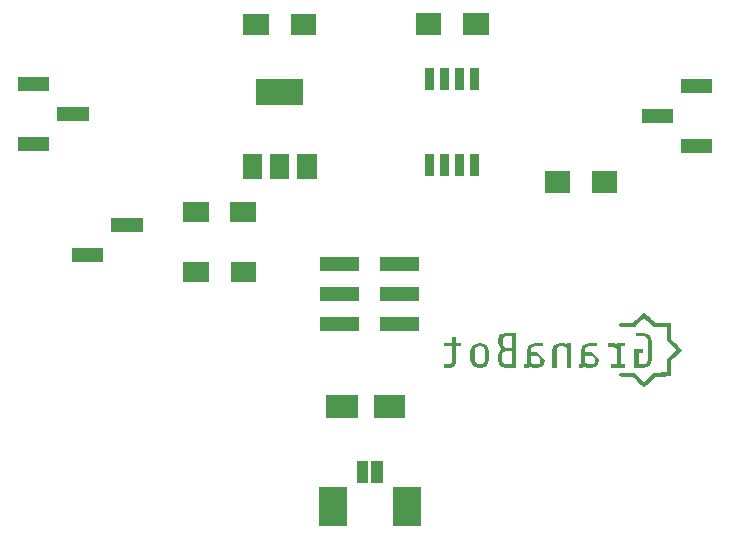
<source format=gbs>
%TF.GenerationSoftware,KiCad,Pcbnew,4.0.7*%
%TF.CreationDate,2018-04-25T10:22:36+02:00*%
%TF.ProjectId,001,3030312E6B696361645F706362000000,rev?*%
%TF.FileFunction,Soldermask,Bot*%
%FSLAX46Y46*%
G04 Gerber Fmt 4.6, Leading zero omitted, Abs format (unit mm)*
G04 Created by KiCad (PCBNEW 4.0.7) date 04/25/18 10:22:36*
%MOMM*%
%LPD*%
G01*
G04 APERTURE LIST*
%ADD10C,0.100000*%
G04 APERTURE END LIST*
D10*
G36*
X160241423Y-119836437D02*
X160357553Y-119720693D01*
X160473828Y-119604800D01*
X160590210Y-119488800D01*
X160706383Y-119373013D01*
X160869671Y-119373013D01*
X161033166Y-119373013D01*
X161196810Y-119373013D01*
X161360159Y-119373013D01*
X161527247Y-119363413D01*
X161694545Y-119353813D01*
X161861996Y-119344213D01*
X162029146Y-119334613D01*
X162032986Y-119167125D01*
X162036826Y-118999424D01*
X162040666Y-118831563D01*
X162044506Y-118664011D01*
X162044506Y-118453909D01*
X162044506Y-118244384D01*
X162044506Y-118033056D01*
X162160223Y-117917461D01*
X162276086Y-117801728D01*
X162392057Y-117685888D01*
X162507817Y-117570251D01*
X162623534Y-117454656D01*
X162739397Y-117338923D01*
X162855367Y-117223083D01*
X162971127Y-117107445D01*
X162855410Y-116991147D01*
X162739547Y-116874699D01*
X162623577Y-116758144D01*
X162507817Y-116641803D01*
X162392099Y-116525504D01*
X162276236Y-116409045D01*
X162160266Y-116292491D01*
X162044506Y-116176149D01*
X162044506Y-115965408D01*
X162044506Y-115755232D01*
X162044506Y-115543253D01*
X162037999Y-115373067D01*
X162031492Y-115202677D01*
X162024986Y-115032117D01*
X162018479Y-114861877D01*
X161848297Y-114849824D01*
X161677901Y-114837771D01*
X161507348Y-114825611D01*
X161337104Y-114813557D01*
X161173402Y-114813557D01*
X161009492Y-114813557D01*
X160845435Y-114813557D01*
X160681671Y-114813557D01*
X160565370Y-114697835D01*
X160448922Y-114581973D01*
X160332367Y-114466005D01*
X160216022Y-114350240D01*
X160099721Y-114234528D01*
X159983273Y-114118656D01*
X159866719Y-114002688D01*
X159750374Y-113886933D01*
X159634783Y-114002645D01*
X159519047Y-114118517D01*
X159403204Y-114234485D01*
X159287571Y-114350240D01*
X159171980Y-114465963D01*
X159056244Y-114581824D01*
X158940401Y-114697792D01*
X158824768Y-114813557D01*
X158635140Y-114813557D01*
X158446031Y-114813557D01*
X158255290Y-114813557D01*
X158072277Y-114821024D01*
X157889766Y-114828491D01*
X157705679Y-114835957D01*
X157633924Y-114998773D01*
X157703930Y-115148032D01*
X157904834Y-115153365D01*
X158105189Y-115158699D01*
X158307274Y-115164032D01*
X158467853Y-115164032D01*
X158628635Y-115164032D01*
X158789563Y-115164032D01*
X158950202Y-115164032D01*
X159071089Y-115042496D01*
X159191645Y-114921291D01*
X159313242Y-114799040D01*
X159449837Y-114668811D01*
X159586058Y-114538944D01*
X159723455Y-114407957D01*
X159869484Y-114529355D01*
X160015111Y-114650411D01*
X160161998Y-114772523D01*
X160292319Y-114902603D01*
X160422283Y-115032331D01*
X160553369Y-115163179D01*
X160741119Y-115165312D01*
X160928356Y-115167445D01*
X161117210Y-115169579D01*
X161304961Y-115171712D01*
X161492198Y-115173845D01*
X161681052Y-115175979D01*
X161683292Y-115363733D01*
X161685532Y-115550965D01*
X161687772Y-115739819D01*
X161690012Y-115927573D01*
X161692252Y-116114805D01*
X161694492Y-116303659D01*
X161825677Y-116435083D01*
X161956501Y-116566155D01*
X162088457Y-116698347D01*
X162219642Y-116829771D01*
X162350466Y-116960832D01*
X162482421Y-117093024D01*
X162353182Y-117222453D01*
X162224295Y-117351520D01*
X162094297Y-117481707D01*
X161965056Y-117611125D01*
X161836170Y-117740192D01*
X161706171Y-117870379D01*
X161702011Y-118060128D01*
X161697851Y-118249365D01*
X161693691Y-118440235D01*
X161689531Y-118629995D01*
X161685371Y-118819232D01*
X161681211Y-119010101D01*
X161491455Y-119014368D01*
X161302220Y-119018635D01*
X161111350Y-119022901D01*
X160921595Y-119027168D01*
X160732359Y-119031435D01*
X160541489Y-119035701D01*
X160414055Y-119162955D01*
X160286972Y-119289856D01*
X160158790Y-119417856D01*
X160023438Y-119545109D01*
X159888455Y-119672021D01*
X159752308Y-119800021D01*
X159614133Y-119670677D01*
X159476337Y-119541696D01*
X159337350Y-119411595D01*
X159207095Y-119282251D01*
X159077197Y-119153269D01*
X158946176Y-119023168D01*
X158736359Y-119023168D01*
X158527119Y-119023168D01*
X158316070Y-119023168D01*
X158114460Y-119029568D01*
X157913403Y-119035968D01*
X157710608Y-119042368D01*
X157634085Y-119205995D01*
X157697776Y-119354837D01*
X157875725Y-119361237D01*
X158053187Y-119367637D01*
X158232181Y-119374037D01*
X158421211Y-119374037D01*
X158609722Y-119374037D01*
X158799860Y-119374037D01*
X158915524Y-119489824D01*
X159031333Y-119605771D01*
X159147249Y-119721813D01*
X159262956Y-119837643D01*
X159384942Y-119953387D01*
X159507082Y-120069280D01*
X159629333Y-120185280D01*
X159751364Y-120301067D01*
X159873817Y-120185280D01*
X159996422Y-120069333D01*
X160119141Y-119953291D01*
X160241638Y-119837461D01*
X160241587Y-119838037D01*
X160241423Y-119836437D01*
X160241423Y-119836437D01*
G37*
G36*
X159671411Y-118637163D02*
X160244785Y-118457451D01*
X160441615Y-117909749D01*
X160441615Y-116369344D01*
X160244785Y-115825920D01*
X159671411Y-115641931D01*
X159068085Y-115641931D01*
X159068085Y-115967125D01*
X159714201Y-115967125D01*
X159970935Y-116061312D01*
X160069346Y-116288096D01*
X160069346Y-117991104D01*
X159970935Y-118217877D01*
X159714201Y-118312064D01*
X159294867Y-118312064D01*
X159294867Y-117383541D01*
X159667133Y-117383541D01*
X159667133Y-117062613D01*
X158939718Y-117062613D01*
X158939718Y-118637259D01*
X159671411Y-118637259D01*
X159671411Y-118637163D01*
X159671411Y-118637163D01*
G37*
G36*
X157796982Y-118316245D02*
X157796982Y-116818624D01*
X158109343Y-116818624D01*
X158109343Y-116497707D01*
X157454670Y-116497707D01*
X157454670Y-116613237D01*
X157112357Y-116497707D01*
X156671630Y-116497707D01*
X156671630Y-116840021D01*
X157155147Y-116840021D01*
X157360534Y-116929835D01*
X157433270Y-117105269D01*
X157433270Y-118316203D01*
X156966869Y-118316203D01*
X156966869Y-118637120D01*
X158109338Y-118637120D01*
X158109338Y-118316203D01*
X157796977Y-118316203D01*
X157796982Y-118316245D01*
X157796982Y-118316245D01*
G37*
G36*
X154446331Y-118637163D02*
X154985471Y-118316288D01*
X154822873Y-118256341D01*
X154788643Y-118102293D01*
X154788643Y-117631616D01*
X155323507Y-117631616D01*
X155507500Y-117704363D01*
X155580236Y-117888352D01*
X155580236Y-118102293D01*
X155528886Y-118264896D01*
X155366288Y-118316203D01*
X154985465Y-118316203D01*
X154985471Y-118316288D01*
X154446331Y-118637163D01*
X154570419Y-118602923D01*
X154681670Y-118508736D01*
X154942684Y-118637109D01*
X155323507Y-118637109D01*
X155798466Y-118508736D01*
X155943949Y-118059456D01*
X155943949Y-117973909D01*
X155319228Y-117310677D01*
X154788643Y-117310677D01*
X154788643Y-117096736D01*
X154869945Y-116891349D01*
X155109564Y-116818603D01*
X155772795Y-116818603D01*
X155772795Y-116497685D01*
X155152353Y-116497685D01*
X154604653Y-116660288D01*
X154424939Y-117182315D01*
X154424939Y-118209248D01*
X154377867Y-118307701D01*
X154210989Y-118337675D01*
X154210989Y-118637205D01*
X154446329Y-118637205D01*
X154446331Y-118637163D01*
X154446331Y-118637163D01*
G37*
G36*
X153209459Y-116497707D02*
X153209459Y-116600427D01*
X152867147Y-116497707D01*
X152670317Y-116497707D01*
X152156848Y-116660309D01*
X151985692Y-117182336D01*
X151985692Y-118637163D01*
X152349399Y-118637163D01*
X152349399Y-117096757D01*
X152426423Y-116895648D01*
X152627532Y-116818635D01*
X152909940Y-116818635D01*
X153119606Y-116895648D01*
X153188065Y-117053963D01*
X153188065Y-118637163D01*
X153551772Y-118637163D01*
X153551772Y-116497707D01*
X153209459Y-116497707D01*
X153209459Y-116497707D01*
G37*
G36*
X149833134Y-118637163D02*
X150372274Y-118316288D01*
X150209676Y-118256341D01*
X150175446Y-118102293D01*
X150175446Y-117631616D01*
X150710310Y-117631616D01*
X150894303Y-117704363D01*
X150967050Y-117888352D01*
X150967050Y-118102293D01*
X150915700Y-118264896D01*
X150753102Y-118316203D01*
X150372278Y-118316203D01*
X150372274Y-118316288D01*
X149833134Y-118637163D01*
X149957222Y-118602923D01*
X150068474Y-118508736D01*
X150329487Y-118637109D01*
X150710310Y-118637109D01*
X151185269Y-118508736D01*
X151330752Y-118059456D01*
X151330752Y-117973909D01*
X150706031Y-117310677D01*
X150175446Y-117310677D01*
X150175446Y-117096736D01*
X150256748Y-116891349D01*
X150496367Y-116818603D01*
X151159598Y-116818603D01*
X151159598Y-116497685D01*
X150539156Y-116497685D01*
X149991456Y-116660288D01*
X149811742Y-117182315D01*
X149811742Y-118209248D01*
X149764670Y-118307701D01*
X149597792Y-118337675D01*
X149597792Y-118637205D01*
X149833132Y-118637205D01*
X149833134Y-118637163D01*
X149833134Y-118637163D01*
G37*
G36*
X147363938Y-117961088D02*
X148091357Y-116908469D01*
X147868853Y-116822923D01*
X147778997Y-116596139D01*
X147778997Y-116270944D01*
X147778992Y-116270923D01*
X147856016Y-116035584D01*
X148091357Y-115962837D01*
X148574873Y-115962837D01*
X148574873Y-116908469D01*
X148091357Y-116908469D01*
X147363938Y-117961088D01*
X147736203Y-117537504D01*
X147821781Y-117314997D01*
X148048563Y-117229451D01*
X148574868Y-117229451D01*
X148574868Y-118316299D01*
X148052842Y-118316299D01*
X147813223Y-118243552D01*
X147736199Y-118003936D01*
X147736199Y-117537536D01*
X147736203Y-117537504D01*
X147363938Y-117961088D01*
X147535094Y-118483115D01*
X148091353Y-118637163D01*
X148947134Y-118637163D01*
X148947134Y-115641931D01*
X148142699Y-115641931D01*
X147586441Y-115795968D01*
X147406726Y-116309440D01*
X147406726Y-116553333D01*
X147642067Y-117049685D01*
X147363938Y-117575989D01*
X147363938Y-117961088D01*
X147363938Y-117961088D01*
G37*
G36*
X145053060Y-117952533D02*
X145416767Y-117096757D01*
X145498068Y-116891371D01*
X145737687Y-116818624D01*
X145964469Y-116818624D01*
X146204089Y-116891371D01*
X146285390Y-117096757D01*
X146285390Y-118038112D01*
X146204089Y-118243499D01*
X145964469Y-118316245D01*
X145737687Y-118316245D01*
X145498068Y-118243499D01*
X145416767Y-118038112D01*
X145416767Y-117096757D01*
X145053060Y-117952533D01*
X145232774Y-118474560D01*
X145780475Y-118637163D01*
X145921678Y-118637163D01*
X146473658Y-118474560D01*
X146649092Y-117952533D01*
X146649092Y-117182336D01*
X146473658Y-116660309D01*
X145921678Y-116497707D01*
X145780475Y-116497707D01*
X145232774Y-116660309D01*
X145053060Y-117182336D01*
X145053060Y-117952533D01*
X145053060Y-117952533D01*
G37*
G36*
X143384018Y-118637163D02*
X143717773Y-118495957D01*
X143833303Y-118123691D01*
X143833303Y-116818624D01*
X144239799Y-116818624D01*
X144239799Y-116497707D01*
X143833303Y-116497707D01*
X143833303Y-115984235D01*
X143469597Y-115984235D01*
X143469597Y-116497707D01*
X142844876Y-116497707D01*
X142844876Y-116818624D01*
X143469597Y-116818624D01*
X143469597Y-118145088D01*
X143422525Y-118277728D01*
X143277042Y-118316235D01*
X142844873Y-118316235D01*
X142844873Y-118637152D01*
X143384015Y-118637152D01*
X143384018Y-118637163D01*
X143384018Y-118637163D01*
G37*
G36*
X140826200Y-131981200D02*
X138473800Y-131981200D01*
X138473800Y-128728800D01*
X140826200Y-128728800D01*
X140826200Y-131981200D01*
X140826200Y-131981200D01*
G37*
G36*
X134576200Y-131981200D02*
X132223800Y-131981200D01*
X132223800Y-128728800D01*
X134576200Y-128728800D01*
X134576200Y-131981200D01*
X134576200Y-131981200D01*
G37*
G36*
X137626200Y-128381200D02*
X136673800Y-128381200D01*
X136673800Y-126528800D01*
X137626200Y-126528800D01*
X137626200Y-128381200D01*
X137626200Y-128381200D01*
G37*
G36*
X136376200Y-128381200D02*
X135423800Y-128381200D01*
X135423800Y-126528800D01*
X136376200Y-126528800D01*
X136376200Y-128381200D01*
X136376200Y-128381200D01*
G37*
G36*
X139501880Y-122896630D02*
X136850120Y-122896630D01*
X136850120Y-120943370D01*
X139501880Y-120943370D01*
X139501880Y-122896630D01*
X139501880Y-122896630D01*
G37*
G36*
X135503920Y-122896630D02*
X132852160Y-122896630D01*
X132852160Y-120943370D01*
X135503920Y-120943370D01*
X135503920Y-122896630D01*
X135503920Y-122896630D01*
G37*
G36*
X140701200Y-115511200D02*
X137398800Y-115511200D01*
X137398800Y-114358800D01*
X140701200Y-114358800D01*
X140701200Y-115511200D01*
X140701200Y-115511200D01*
G37*
G36*
X135651200Y-115511200D02*
X132348800Y-115511200D01*
X132348800Y-114358800D01*
X135651200Y-114358800D01*
X135651200Y-115511200D01*
X135651200Y-115511200D01*
G37*
G36*
X140701200Y-112971200D02*
X137398800Y-112971200D01*
X137398800Y-111818800D01*
X140701200Y-111818800D01*
X140701200Y-112971200D01*
X140701200Y-112971200D01*
G37*
G36*
X135651200Y-112971200D02*
X132348800Y-112971200D01*
X132348800Y-111818800D01*
X135651200Y-111818800D01*
X135651200Y-112971200D01*
X135651200Y-112971200D01*
G37*
G36*
X122901200Y-111391600D02*
X120748800Y-111391600D01*
X120748800Y-109639200D01*
X122901200Y-109639200D01*
X122901200Y-111391600D01*
X122901200Y-111391600D01*
G37*
G36*
X126901200Y-111391600D02*
X124748800Y-111391600D01*
X124748800Y-109639200D01*
X126901200Y-109639200D01*
X126901200Y-111391600D01*
X126901200Y-111391600D01*
G37*
G36*
X135651200Y-110431200D02*
X132348800Y-110431200D01*
X132348800Y-109278800D01*
X135651200Y-109278800D01*
X135651200Y-110431200D01*
X135651200Y-110431200D01*
G37*
G36*
X140701200Y-110431200D02*
X137398800Y-110431200D01*
X137398800Y-109278800D01*
X140701200Y-109278800D01*
X140701200Y-110431200D01*
X140701200Y-110431200D01*
G37*
G36*
X113980200Y-109669200D02*
X111317800Y-109669200D01*
X111317800Y-108516800D01*
X113980200Y-108516800D01*
X113980200Y-109669200D01*
X113980200Y-109669200D01*
G37*
G36*
X117290200Y-107129200D02*
X114627800Y-107129200D01*
X114627800Y-105976800D01*
X117290200Y-105976800D01*
X117290200Y-107129200D01*
X117290200Y-107129200D01*
G37*
G36*
X122875800Y-106311600D02*
X120723400Y-106311600D01*
X120723400Y-104559200D01*
X122875800Y-104559200D01*
X122875800Y-106311600D01*
X122875800Y-106311600D01*
G37*
G36*
X126875800Y-106311600D02*
X124723400Y-106311600D01*
X124723400Y-104559200D01*
X126875800Y-104559200D01*
X126875800Y-106311600D01*
X126875800Y-106311600D01*
G37*
G36*
X153476200Y-103796200D02*
X151323800Y-103796200D01*
X151323800Y-101943800D01*
X153476200Y-101943800D01*
X153476200Y-103796200D01*
X153476200Y-103796200D01*
G37*
G36*
X157476200Y-103796200D02*
X155323800Y-103796200D01*
X155323800Y-101943800D01*
X157476200Y-101943800D01*
X157476200Y-103796200D01*
X157476200Y-103796200D01*
G37*
G36*
X129731200Y-102651200D02*
X128078800Y-102651200D01*
X128078800Y-100498800D01*
X129731200Y-100498800D01*
X129731200Y-102651200D01*
X129731200Y-102651200D01*
G37*
G36*
X127431200Y-102651200D02*
X125778800Y-102651200D01*
X125778800Y-100498800D01*
X127431200Y-100498800D01*
X127431200Y-102651200D01*
X127431200Y-102651200D01*
G37*
G36*
X132031200Y-102651200D02*
X130378800Y-102651200D01*
X130378800Y-100498800D01*
X132031200Y-100498800D01*
X132031200Y-102651200D01*
X132031200Y-102651200D01*
G37*
G36*
X144546200Y-102366200D02*
X143743800Y-102366200D01*
X143743800Y-100513800D01*
X144546200Y-100513800D01*
X144546200Y-102366200D01*
X144546200Y-102366200D01*
G37*
G36*
X145816200Y-102366200D02*
X145013800Y-102366200D01*
X145013800Y-100513800D01*
X145816200Y-100513800D01*
X145816200Y-102366200D01*
X145816200Y-102366200D01*
G37*
G36*
X142006200Y-102366200D02*
X141203800Y-102366200D01*
X141203800Y-100513800D01*
X142006200Y-100513800D01*
X142006200Y-102366200D01*
X142006200Y-102366200D01*
G37*
G36*
X143276200Y-102366200D02*
X142473800Y-102366200D01*
X142473800Y-100513800D01*
X143276200Y-100513800D01*
X143276200Y-102366200D01*
X143276200Y-102366200D01*
G37*
G36*
X165542200Y-100398200D02*
X162879800Y-100398200D01*
X162879800Y-99245800D01*
X165542200Y-99245800D01*
X165542200Y-100398200D01*
X165542200Y-100398200D01*
G37*
G36*
X109408200Y-100271200D02*
X106745800Y-100271200D01*
X106745800Y-99118800D01*
X109408200Y-99118800D01*
X109408200Y-100271200D01*
X109408200Y-100271200D01*
G37*
G36*
X162232200Y-97858200D02*
X159569800Y-97858200D01*
X159569800Y-96705800D01*
X162232200Y-96705800D01*
X162232200Y-97858200D01*
X162232200Y-97858200D01*
G37*
G36*
X112718200Y-97731200D02*
X110055800Y-97731200D01*
X110055800Y-96578800D01*
X112718200Y-96578800D01*
X112718200Y-97731200D01*
X112718200Y-97731200D01*
G37*
G36*
X130881200Y-96351200D02*
X126928800Y-96351200D01*
X126928800Y-94198800D01*
X130881200Y-94198800D01*
X130881200Y-96351200D01*
X130881200Y-96351200D01*
G37*
G36*
X165542200Y-95318200D02*
X162879800Y-95318200D01*
X162879800Y-94165800D01*
X165542200Y-94165800D01*
X165542200Y-95318200D01*
X165542200Y-95318200D01*
G37*
G36*
X109408200Y-95191200D02*
X106745800Y-95191200D01*
X106745800Y-94038800D01*
X109408200Y-94038800D01*
X109408200Y-95191200D01*
X109408200Y-95191200D01*
G37*
G36*
X143276200Y-95066200D02*
X142473800Y-95066200D01*
X142473800Y-93213800D01*
X143276200Y-93213800D01*
X143276200Y-95066200D01*
X143276200Y-95066200D01*
G37*
G36*
X142006200Y-95066200D02*
X141203800Y-95066200D01*
X141203800Y-93213800D01*
X142006200Y-93213800D01*
X142006200Y-95066200D01*
X142006200Y-95066200D01*
G37*
G36*
X145816200Y-95066200D02*
X145013800Y-95066200D01*
X145013800Y-93213800D01*
X145816200Y-93213800D01*
X145816200Y-95066200D01*
X145816200Y-95066200D01*
G37*
G36*
X144546200Y-95066200D02*
X143743800Y-95066200D01*
X143743800Y-93213800D01*
X144546200Y-93213800D01*
X144546200Y-95066200D01*
X144546200Y-95066200D01*
G37*
G36*
X142586200Y-90461200D02*
X140433800Y-90461200D01*
X140433800Y-88608800D01*
X142586200Y-88608800D01*
X142586200Y-90461200D01*
X142586200Y-90461200D01*
G37*
G36*
X146586200Y-90461200D02*
X144433800Y-90461200D01*
X144433800Y-88608800D01*
X146586200Y-88608800D01*
X146586200Y-90461200D01*
X146586200Y-90461200D01*
G37*
G36*
X131981200Y-90411200D02*
X129828800Y-90411200D01*
X129828800Y-88658800D01*
X131981200Y-88658800D01*
X131981200Y-90411200D01*
X131981200Y-90411200D01*
G37*
G36*
X127981200Y-90411200D02*
X125828800Y-90411200D01*
X125828800Y-88658800D01*
X127981200Y-88658800D01*
X127981200Y-90411200D01*
X127981200Y-90411200D01*
G37*
M02*

</source>
